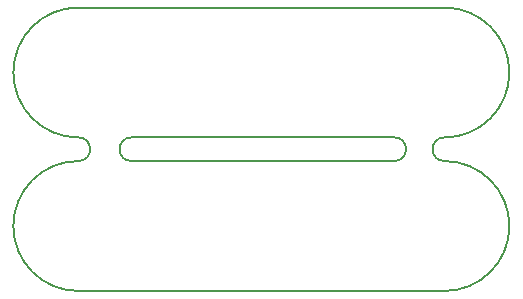
<source format=gbr>
%TF.GenerationSoftware,KiCad,Pcbnew,5.1.10-88a1d61d58~90~ubuntu20.04.1*%
%TF.CreationDate,2022-01-21T20:10:34-08:00*%
%TF.ProjectId,kb-db_protruded_panel,6b622d64-625f-4707-926f-747275646564,rev?*%
%TF.SameCoordinates,Original*%
%TF.FileFunction,Profile,NP*%
%FSLAX46Y46*%
G04 Gerber Fmt 4.6, Leading zero omitted, Abs format (unit mm)*
G04 Created by KiCad (PCBNEW 5.1.10-88a1d61d58~90~ubuntu20.04.1) date 2022-01-21 20:10:34*
%MOMM*%
%LPD*%
G01*
G04 APERTURE LIST*
%TA.AperFunction,Profile*%
%ADD10C,0.150000*%
%TD*%
G04 APERTURE END LIST*
D10*
X90237000Y-68972000D02*
G75*
G02*
X90237000Y-70972000I0J-1000000D01*
G01*
X94487000Y-70972000D02*
G75*
G02*
X94487000Y-68972000I0J1000000D01*
G01*
X67987000Y-70972000D02*
G75*
G02*
X67987000Y-68972000I0J1000000D01*
G01*
X63487000Y-68972000D02*
G75*
G02*
X63487000Y-70972000I0J-1000000D01*
G01*
X78987000Y-81972000D02*
X63487000Y-81972000D01*
X78987000Y-81972000D02*
X94487000Y-81972000D01*
X63487000Y-81972000D02*
G75*
G02*
X63487000Y-70972000I0J5500000D01*
G01*
X78987000Y-70972000D02*
X67987000Y-70972000D01*
X94487000Y-70972000D02*
G75*
G02*
X94487000Y-81972000I0J-5500000D01*
G01*
X78987000Y-70972000D02*
X90237000Y-70972000D01*
X78987000Y-68972000D02*
X90237000Y-68972000D01*
X63487000Y-68972000D02*
G75*
G02*
X63487000Y-57972000I0J5500000D01*
G01*
X78987000Y-68972000D02*
X67987000Y-68972000D01*
X78987000Y-57972000D02*
X63487000Y-57972000D01*
X94487000Y-57972000D02*
G75*
G02*
X94487000Y-68972000I0J-5500000D01*
G01*
X78987000Y-57972000D02*
X94487000Y-57972000D01*
M02*

</source>
